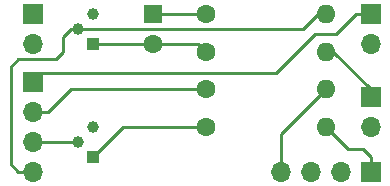
<source format=gtl>
G04 #@! TF.FileFunction,Copper,L1,Top,Signal*
%FSLAX46Y46*%
G04 Gerber Fmt 4.6, Leading zero omitted, Abs format (unit mm)*
G04 Created by KiCad (PCBNEW 4.0.7) date 05/31/19 16:29:18*
%MOMM*%
%LPD*%
G01*
G04 APERTURE LIST*
%ADD10C,0.100000*%
%ADD11R,1.600000X1.600000*%
%ADD12C,1.600000*%
%ADD13R,1.700000X1.700000*%
%ADD14O,1.700000X1.700000*%
%ADD15C,1.000000*%
%ADD16R,1.000000X1.000000*%
%ADD17O,1.600000X1.600000*%
%ADD18C,0.250000*%
G04 APERTURE END LIST*
D10*
D11*
X143510000Y-103505000D03*
D12*
X143510000Y-106005000D03*
D13*
X133350000Y-103505000D03*
D14*
X133350000Y-106045000D03*
D13*
X133350000Y-109220000D03*
D14*
X133350000Y-111760000D03*
X133350000Y-114300000D03*
X133350000Y-116840000D03*
D13*
X161925000Y-116840000D03*
D14*
X159385000Y-116840000D03*
X156845000Y-116840000D03*
X154305000Y-116840000D03*
D13*
X161925000Y-110490000D03*
D14*
X161925000Y-113030000D03*
D13*
X161925000Y-103505000D03*
D14*
X161925000Y-106045000D03*
D15*
X137160000Y-114300000D03*
X138430000Y-113030000D03*
D16*
X138430000Y-115570000D03*
D15*
X137160000Y-104775000D03*
X138430000Y-103505000D03*
D16*
X138430000Y-106045000D03*
D12*
X147955000Y-109855000D03*
D17*
X158115000Y-109855000D03*
D12*
X147955000Y-103505000D03*
D17*
X158115000Y-103505000D03*
D12*
X147955000Y-113030000D03*
D17*
X158115000Y-113030000D03*
D12*
X147955000Y-106680000D03*
D17*
X158115000Y-106680000D03*
D18*
X143510000Y-103505000D02*
X147955000Y-103505000D01*
X143510000Y-106005000D02*
X147280000Y-106005000D01*
X147280000Y-106005000D02*
X147955000Y-106680000D01*
X138430000Y-106045000D02*
X143470000Y-106045000D01*
X143470000Y-106045000D02*
X143510000Y-106005000D01*
X161925000Y-116840000D02*
X161925000Y-115570000D01*
X160020000Y-114935000D02*
X158115000Y-113030000D01*
X161290000Y-114935000D02*
X160020000Y-114935000D01*
X161925000Y-115570000D02*
X161290000Y-114935000D01*
X154305000Y-116840000D02*
X154305000Y-113665000D01*
X154305000Y-113665000D02*
X158115000Y-109855000D01*
X158115000Y-106680000D02*
X158750000Y-106680000D01*
X158750000Y-106680000D02*
X161925000Y-109855000D01*
X161925000Y-109855000D02*
X161925000Y-110490000D01*
X160020000Y-104140000D02*
X159004000Y-105156000D01*
X161925000Y-103505000D02*
X160655000Y-103505000D01*
X153924000Y-108458000D02*
X134112000Y-108458000D01*
X157226000Y-105156000D02*
X153924000Y-108458000D01*
X159004000Y-105156000D02*
X157226000Y-105156000D01*
X160655000Y-103505000D02*
X160020000Y-104140000D01*
X134112000Y-108458000D02*
X133350000Y-109220000D01*
X133350000Y-114300000D02*
X137160000Y-114300000D01*
X138430000Y-115570000D02*
X140970000Y-113030000D01*
X140970000Y-113030000D02*
X147955000Y-113030000D01*
X137160000Y-104775000D02*
X136525000Y-104775000D01*
X132080000Y-116840000D02*
X133350000Y-116840000D01*
X131445000Y-116205000D02*
X132080000Y-116840000D01*
X131445000Y-107950000D02*
X131445000Y-116205000D01*
X132080000Y-107315000D02*
X131445000Y-107950000D01*
X135255000Y-107315000D02*
X132080000Y-107315000D01*
X135890000Y-106680000D02*
X135255000Y-107315000D01*
X135890000Y-105410000D02*
X135890000Y-106680000D01*
X136525000Y-104775000D02*
X135890000Y-105410000D01*
X137160000Y-104775000D02*
X156210000Y-104775000D01*
X156210000Y-104775000D02*
X157480000Y-103505000D01*
X157480000Y-103505000D02*
X158115000Y-103505000D01*
X133350000Y-111760000D02*
X134620000Y-111760000D01*
X136525000Y-109855000D02*
X147955000Y-109855000D01*
X134620000Y-111760000D02*
X136525000Y-109855000D01*
M02*

</source>
